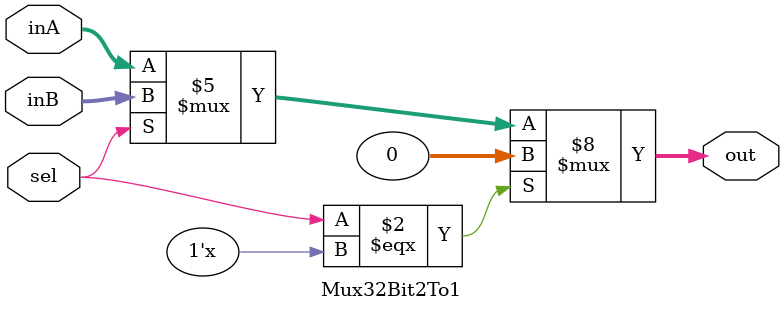
<source format=v>
`timescale 1ns / 1ps


module Mux32Bit2To1(inA, inB, sel, out);
    
    input [31:0] inA;
    input [31:0] inB;
    input sel;

    output reg [31:0] out;
    
    // assign out = sel? inB: inA;   for this line, no reg in line 12
    always @(*) begin
        if (sel === 1'bx) begin
            out <= 32'b0; // Set to zero if sel is X
        end else if (sel == 0) begin
            out <= inA;
        end else begin
            out <= inB;
        end
    end
    
endmodule

</source>
